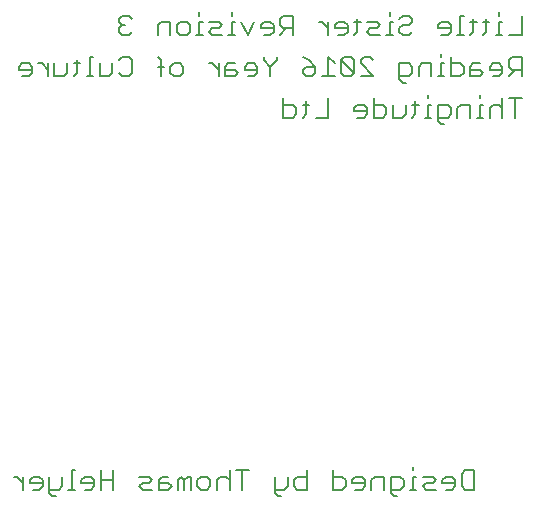
<source format=gbo>
G75*
%MOIN*%
%OFA0B0*%
%FSLAX25Y25*%
%IPPOS*%
%LPD*%
%AMOC8*
5,1,8,0,0,1.08239X$1,22.5*
%
%ADD10C,0.00600*%
D10*
X0078217Y0012276D02*
X0079285Y0012276D01*
X0081420Y0010141D01*
X0081420Y0008006D02*
X0081420Y0012276D01*
X0083595Y0011208D02*
X0083595Y0010141D01*
X0087866Y0010141D01*
X0087866Y0011208D02*
X0086798Y0012276D01*
X0084663Y0012276D01*
X0083595Y0011208D01*
X0084663Y0008006D02*
X0086798Y0008006D01*
X0087866Y0009073D01*
X0087866Y0011208D01*
X0090041Y0012276D02*
X0090041Y0006938D01*
X0091108Y0005870D01*
X0092176Y0005870D01*
X0093243Y0008006D02*
X0090041Y0008006D01*
X0093243Y0008006D02*
X0094311Y0009073D01*
X0094311Y0012276D01*
X0097540Y0014411D02*
X0097540Y0008006D01*
X0096473Y0008006D02*
X0098608Y0008006D01*
X0100783Y0010141D02*
X0105054Y0010141D01*
X0105054Y0011208D02*
X0103986Y0012276D01*
X0101851Y0012276D01*
X0100783Y0011208D01*
X0100783Y0010141D01*
X0101851Y0008006D02*
X0103986Y0008006D01*
X0105054Y0009073D01*
X0105054Y0011208D01*
X0107229Y0011208D02*
X0111499Y0011208D01*
X0111499Y0008006D02*
X0111499Y0014411D01*
X0107229Y0014411D02*
X0107229Y0008006D01*
X0098608Y0014411D02*
X0097540Y0014411D01*
X0120120Y0012276D02*
X0123322Y0012276D01*
X0124390Y0011208D01*
X0123322Y0010141D01*
X0121187Y0010141D01*
X0120120Y0009073D01*
X0121187Y0008006D01*
X0124390Y0008006D01*
X0126565Y0008006D02*
X0126565Y0011208D01*
X0127633Y0012276D01*
X0129768Y0012276D01*
X0129768Y0010141D02*
X0126565Y0010141D01*
X0126565Y0008006D02*
X0129768Y0008006D01*
X0130836Y0009073D01*
X0129768Y0010141D01*
X0133011Y0011208D02*
X0133011Y0008006D01*
X0135146Y0008006D02*
X0135146Y0011208D01*
X0134078Y0012276D01*
X0133011Y0011208D01*
X0135146Y0011208D02*
X0136213Y0012276D01*
X0137281Y0012276D01*
X0137281Y0008006D01*
X0139456Y0009073D02*
X0139456Y0011208D01*
X0140524Y0012276D01*
X0142659Y0012276D01*
X0143727Y0011208D01*
X0143727Y0009073D01*
X0142659Y0008006D01*
X0140524Y0008006D01*
X0139456Y0009073D01*
X0145902Y0008006D02*
X0145902Y0011208D01*
X0146969Y0012276D01*
X0149104Y0012276D01*
X0150172Y0011208D01*
X0150172Y0008006D02*
X0150172Y0014411D01*
X0152347Y0014411D02*
X0156617Y0014411D01*
X0154482Y0014411D02*
X0154482Y0008006D01*
X0165238Y0008006D02*
X0168441Y0008006D01*
X0169508Y0009073D01*
X0169508Y0012276D01*
X0171684Y0011208D02*
X0172751Y0012276D01*
X0175954Y0012276D01*
X0175954Y0014411D02*
X0175954Y0008006D01*
X0172751Y0008006D01*
X0171684Y0009073D01*
X0171684Y0011208D01*
X0165238Y0012276D02*
X0165238Y0006938D01*
X0166306Y0005870D01*
X0167373Y0005870D01*
X0184575Y0008006D02*
X0187777Y0008006D01*
X0188845Y0009073D01*
X0188845Y0011208D01*
X0187777Y0012276D01*
X0184575Y0012276D01*
X0184575Y0014411D02*
X0184575Y0008006D01*
X0191020Y0010141D02*
X0195290Y0010141D01*
X0195290Y0011208D02*
X0194223Y0012276D01*
X0192088Y0012276D01*
X0191020Y0011208D01*
X0191020Y0010141D01*
X0192088Y0008006D02*
X0194223Y0008006D01*
X0195290Y0009073D01*
X0195290Y0011208D01*
X0197466Y0011208D02*
X0197466Y0008006D01*
X0197466Y0011208D02*
X0198533Y0012276D01*
X0201736Y0012276D01*
X0201736Y0008006D01*
X0203911Y0008006D02*
X0207114Y0008006D01*
X0208181Y0009073D01*
X0208181Y0011208D01*
X0207114Y0012276D01*
X0203911Y0012276D01*
X0203911Y0006938D01*
X0204979Y0005870D01*
X0206046Y0005870D01*
X0210343Y0008006D02*
X0212478Y0008006D01*
X0211411Y0008006D02*
X0211411Y0012276D01*
X0212478Y0012276D01*
X0214654Y0012276D02*
X0217856Y0012276D01*
X0218924Y0011208D01*
X0217856Y0010141D01*
X0215721Y0010141D01*
X0214654Y0009073D01*
X0215721Y0008006D01*
X0218924Y0008006D01*
X0221099Y0010141D02*
X0225369Y0010141D01*
X0225369Y0011208D02*
X0224302Y0012276D01*
X0222167Y0012276D01*
X0221099Y0011208D01*
X0221099Y0010141D01*
X0222167Y0008006D02*
X0224302Y0008006D01*
X0225369Y0009073D01*
X0225369Y0011208D01*
X0227545Y0009073D02*
X0227545Y0013343D01*
X0228612Y0014411D01*
X0231815Y0014411D01*
X0231815Y0008006D01*
X0228612Y0008006D01*
X0227545Y0009073D01*
X0211411Y0014411D02*
X0211411Y0015479D01*
X0220727Y0129886D02*
X0219659Y0130954D01*
X0219659Y0136292D01*
X0222862Y0136292D01*
X0223930Y0135224D01*
X0223930Y0133089D01*
X0222862Y0132021D01*
X0219659Y0132021D01*
X0217484Y0132021D02*
X0215349Y0132021D01*
X0216416Y0132021D02*
X0216416Y0136292D01*
X0217484Y0136292D01*
X0216416Y0138427D02*
X0216416Y0139494D01*
X0212119Y0137359D02*
X0212119Y0133089D01*
X0211052Y0132021D01*
X0208890Y0133089D02*
X0207822Y0132021D01*
X0204620Y0132021D01*
X0204620Y0136292D01*
X0202445Y0135224D02*
X0202445Y0133089D01*
X0201377Y0132021D01*
X0198174Y0132021D01*
X0198174Y0138427D01*
X0198174Y0136292D02*
X0201377Y0136292D01*
X0202445Y0135224D01*
X0195999Y0135224D02*
X0195999Y0133089D01*
X0194931Y0132021D01*
X0192796Y0132021D01*
X0191729Y0134156D02*
X0195999Y0134156D01*
X0195999Y0135224D02*
X0194931Y0136292D01*
X0192796Y0136292D01*
X0191729Y0135224D01*
X0191729Y0134156D01*
X0183108Y0132021D02*
X0178838Y0132021D01*
X0175595Y0133089D02*
X0174527Y0132021D01*
X0175595Y0133089D02*
X0175595Y0137359D01*
X0176663Y0136292D02*
X0174527Y0136292D01*
X0172366Y0135224D02*
X0172366Y0133089D01*
X0171298Y0132021D01*
X0168095Y0132021D01*
X0168095Y0138427D01*
X0168095Y0136292D02*
X0171298Y0136292D01*
X0172366Y0135224D01*
X0175608Y0145801D02*
X0174541Y0146868D01*
X0174541Y0147936D01*
X0175608Y0149004D01*
X0178811Y0149004D01*
X0178811Y0146868D01*
X0177743Y0145801D01*
X0175608Y0145801D01*
X0178811Y0149004D02*
X0176676Y0151139D01*
X0174541Y0152206D01*
X0171291Y0159580D02*
X0171291Y0165986D01*
X0168089Y0165986D01*
X0167021Y0164918D01*
X0167021Y0162783D01*
X0168089Y0161715D01*
X0171291Y0161715D01*
X0169156Y0161715D02*
X0167021Y0159580D01*
X0164846Y0160648D02*
X0164846Y0162783D01*
X0163778Y0163851D01*
X0161643Y0163851D01*
X0160575Y0162783D01*
X0160575Y0161715D01*
X0164846Y0161715D01*
X0164846Y0160648D02*
X0163778Y0159580D01*
X0161643Y0159580D01*
X0158400Y0163851D02*
X0156265Y0159580D01*
X0154130Y0163851D01*
X0151955Y0163851D02*
X0150887Y0163851D01*
X0150887Y0159580D01*
X0149820Y0159580D02*
X0151955Y0159580D01*
X0147658Y0159580D02*
X0144455Y0159580D01*
X0143387Y0160648D01*
X0144455Y0161715D01*
X0146590Y0161715D01*
X0147658Y0162783D01*
X0146590Y0163851D01*
X0143387Y0163851D01*
X0141212Y0163851D02*
X0140145Y0163851D01*
X0140145Y0159580D01*
X0141212Y0159580D02*
X0139077Y0159580D01*
X0136915Y0160648D02*
X0135848Y0159580D01*
X0133713Y0159580D01*
X0132645Y0160648D01*
X0132645Y0162783D01*
X0133713Y0163851D01*
X0135848Y0163851D01*
X0136915Y0162783D01*
X0136915Y0160648D01*
X0140145Y0165986D02*
X0140145Y0167053D01*
X0130470Y0163851D02*
X0127267Y0163851D01*
X0126199Y0162783D01*
X0126199Y0159580D01*
X0130470Y0159580D02*
X0130470Y0163851D01*
X0126186Y0152206D02*
X0127254Y0151139D01*
X0127254Y0145801D01*
X0130496Y0146868D02*
X0130496Y0149004D01*
X0131564Y0150071D01*
X0133699Y0150071D01*
X0134767Y0149004D01*
X0134767Y0146868D01*
X0133699Y0145801D01*
X0131564Y0145801D01*
X0130496Y0146868D01*
X0128321Y0149004D02*
X0126186Y0149004D01*
X0117579Y0151139D02*
X0117579Y0146868D01*
X0116511Y0145801D01*
X0114376Y0145801D01*
X0113308Y0146868D01*
X0111133Y0146868D02*
X0111133Y0150071D01*
X0113308Y0151139D02*
X0114376Y0152206D01*
X0116511Y0152206D01*
X0117579Y0151139D01*
X0111133Y0146868D02*
X0110066Y0145801D01*
X0106863Y0145801D01*
X0106863Y0150071D01*
X0104688Y0152206D02*
X0103620Y0152206D01*
X0103620Y0145801D01*
X0102553Y0145801D02*
X0104688Y0145801D01*
X0099323Y0146868D02*
X0098256Y0145801D01*
X0099323Y0146868D02*
X0099323Y0151139D01*
X0098256Y0150071D02*
X0100391Y0150071D01*
X0096094Y0150071D02*
X0096094Y0146868D01*
X0095026Y0145801D01*
X0091823Y0145801D01*
X0091823Y0150071D01*
X0089648Y0150071D02*
X0089648Y0145801D01*
X0089648Y0147936D02*
X0087513Y0150071D01*
X0086446Y0150071D01*
X0084277Y0149004D02*
X0084277Y0146868D01*
X0083209Y0145801D01*
X0081074Y0145801D01*
X0080007Y0147936D02*
X0084277Y0147936D01*
X0084277Y0149004D02*
X0083209Y0150071D01*
X0081074Y0150071D01*
X0080007Y0149004D01*
X0080007Y0147936D01*
X0113308Y0160648D02*
X0114376Y0159580D01*
X0116511Y0159580D01*
X0117579Y0160648D01*
X0115444Y0162783D02*
X0114376Y0162783D01*
X0113308Y0161715D01*
X0113308Y0160648D01*
X0114376Y0162783D02*
X0113308Y0163851D01*
X0113308Y0164918D01*
X0114376Y0165986D01*
X0116511Y0165986D01*
X0117579Y0164918D01*
X0143381Y0150071D02*
X0144448Y0150071D01*
X0146584Y0147936D01*
X0146584Y0145801D02*
X0146584Y0150071D01*
X0148759Y0149004D02*
X0148759Y0145801D01*
X0151961Y0145801D01*
X0153029Y0146868D01*
X0151961Y0147936D01*
X0148759Y0147936D01*
X0148759Y0149004D02*
X0149826Y0150071D01*
X0151961Y0150071D01*
X0155204Y0149004D02*
X0155204Y0147936D01*
X0159475Y0147936D01*
X0159475Y0146868D02*
X0159475Y0149004D01*
X0158407Y0150071D01*
X0156272Y0150071D01*
X0155204Y0149004D01*
X0156272Y0145801D02*
X0158407Y0145801D01*
X0159475Y0146868D01*
X0163785Y0145801D02*
X0163785Y0149004D01*
X0161650Y0151139D01*
X0161650Y0152206D01*
X0163785Y0149004D02*
X0165920Y0151139D01*
X0165920Y0152206D01*
X0179905Y0163851D02*
X0180973Y0163851D01*
X0183108Y0161715D01*
X0183108Y0159580D02*
X0183108Y0163851D01*
X0185283Y0162783D02*
X0185283Y0161715D01*
X0189554Y0161715D01*
X0189554Y0160648D02*
X0189554Y0162783D01*
X0188486Y0163851D01*
X0186351Y0163851D01*
X0185283Y0162783D01*
X0186351Y0159580D02*
X0188486Y0159580D01*
X0189554Y0160648D01*
X0191715Y0159580D02*
X0192783Y0160648D01*
X0192783Y0164918D01*
X0193851Y0163851D02*
X0191715Y0163851D01*
X0196026Y0163851D02*
X0199228Y0163851D01*
X0200296Y0162783D01*
X0199228Y0161715D01*
X0197093Y0161715D01*
X0196026Y0160648D01*
X0197093Y0159580D01*
X0200296Y0159580D01*
X0202458Y0159580D02*
X0204593Y0159580D01*
X0203525Y0159580D02*
X0203525Y0163851D01*
X0204593Y0163851D01*
X0203525Y0165986D02*
X0203525Y0167053D01*
X0206768Y0164918D02*
X0207836Y0165986D01*
X0209971Y0165986D01*
X0211039Y0164918D01*
X0211039Y0163851D01*
X0209971Y0162783D01*
X0207836Y0162783D01*
X0206768Y0161715D01*
X0206768Y0160648D01*
X0207836Y0159580D01*
X0209971Y0159580D01*
X0211039Y0160648D01*
X0219659Y0161715D02*
X0223930Y0161715D01*
X0223930Y0160648D02*
X0223930Y0162783D01*
X0222862Y0163851D01*
X0220727Y0163851D01*
X0219659Y0162783D01*
X0219659Y0161715D01*
X0220727Y0159580D02*
X0222862Y0159580D01*
X0223930Y0160648D01*
X0226091Y0159580D02*
X0228227Y0159580D01*
X0227159Y0159580D02*
X0227159Y0165986D01*
X0228227Y0165986D01*
X0230388Y0163851D02*
X0232523Y0163851D01*
X0231456Y0164918D02*
X0231456Y0160648D01*
X0230388Y0159580D01*
X0234685Y0159580D02*
X0235753Y0160648D01*
X0235753Y0164918D01*
X0236820Y0163851D02*
X0234685Y0163851D01*
X0240050Y0163851D02*
X0240050Y0159580D01*
X0241117Y0159580D02*
X0238982Y0159580D01*
X0243293Y0159580D02*
X0247563Y0159580D01*
X0247563Y0165986D01*
X0241117Y0163851D02*
X0240050Y0163851D01*
X0240050Y0165986D02*
X0240050Y0167053D01*
X0220713Y0153274D02*
X0220713Y0152206D01*
X0220713Y0150071D02*
X0220713Y0145801D01*
X0219646Y0145801D02*
X0221781Y0145801D01*
X0223956Y0145801D02*
X0227159Y0145801D01*
X0228227Y0146868D01*
X0228227Y0149004D01*
X0227159Y0150071D01*
X0223956Y0150071D01*
X0223956Y0152206D02*
X0223956Y0145801D01*
X0221781Y0150071D02*
X0220713Y0150071D01*
X0217484Y0150071D02*
X0217484Y0145801D01*
X0213214Y0145801D02*
X0213214Y0149004D01*
X0214281Y0150071D01*
X0217484Y0150071D01*
X0211039Y0149004D02*
X0211039Y0146868D01*
X0209971Y0145801D01*
X0206768Y0145801D01*
X0206768Y0144733D02*
X0206768Y0150071D01*
X0209971Y0150071D01*
X0211039Y0149004D01*
X0206768Y0144733D02*
X0207836Y0143666D01*
X0208903Y0143666D01*
X0208890Y0136292D02*
X0208890Y0133089D01*
X0211052Y0136292D02*
X0213187Y0136292D01*
X0220727Y0129886D02*
X0221794Y0129886D01*
X0226105Y0132021D02*
X0226105Y0135224D01*
X0227172Y0136292D01*
X0230375Y0136292D01*
X0230375Y0132021D01*
X0232537Y0132021D02*
X0234672Y0132021D01*
X0233604Y0132021D02*
X0233604Y0136292D01*
X0234672Y0136292D01*
X0233604Y0138427D02*
X0233604Y0139494D01*
X0236847Y0135224D02*
X0236847Y0132021D01*
X0236847Y0135224D02*
X0237915Y0136292D01*
X0240050Y0136292D01*
X0241117Y0135224D01*
X0241117Y0138427D02*
X0241117Y0132021D01*
X0245428Y0132021D02*
X0245428Y0138427D01*
X0247563Y0138427D02*
X0243293Y0138427D01*
X0243293Y0145801D02*
X0245428Y0147936D01*
X0244360Y0147936D02*
X0247563Y0147936D01*
X0247563Y0145801D02*
X0247563Y0152206D01*
X0244360Y0152206D01*
X0243293Y0151139D01*
X0243293Y0149004D01*
X0244360Y0147936D01*
X0241117Y0147936D02*
X0236847Y0147936D01*
X0236847Y0149004D01*
X0237915Y0150071D01*
X0240050Y0150071D01*
X0241117Y0149004D01*
X0241117Y0146868D01*
X0240050Y0145801D01*
X0237915Y0145801D01*
X0234672Y0146868D02*
X0233604Y0147936D01*
X0230402Y0147936D01*
X0230402Y0149004D02*
X0230402Y0145801D01*
X0233604Y0145801D01*
X0234672Y0146868D01*
X0233604Y0150071D02*
X0231469Y0150071D01*
X0230402Y0149004D01*
X0198148Y0151139D02*
X0197080Y0152206D01*
X0194945Y0152206D01*
X0193877Y0151139D01*
X0193877Y0150071D01*
X0198148Y0145801D01*
X0193877Y0145801D01*
X0191702Y0146868D02*
X0187432Y0151139D01*
X0187432Y0146868D01*
X0188499Y0145801D01*
X0190634Y0145801D01*
X0191702Y0146868D01*
X0191702Y0151139D01*
X0190634Y0152206D01*
X0188499Y0152206D01*
X0187432Y0151139D01*
X0185257Y0150071D02*
X0183121Y0152206D01*
X0183121Y0145801D01*
X0180986Y0145801D02*
X0185257Y0145801D01*
X0183108Y0138427D02*
X0183108Y0132021D01*
X0150887Y0165986D02*
X0150887Y0167053D01*
M02*

</source>
